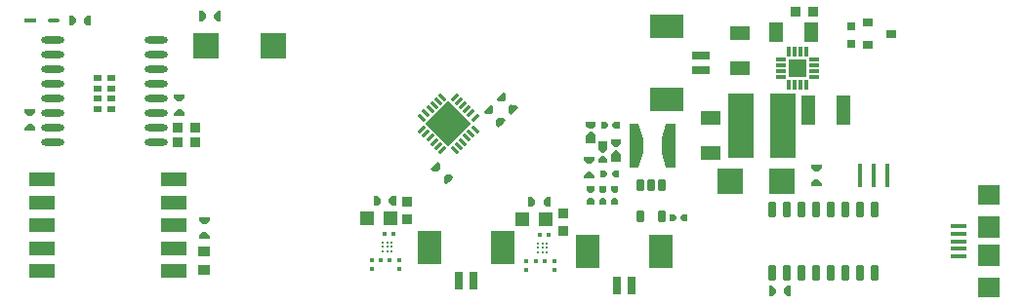
<source format=gbr>
%TF.GenerationSoftware,Altium Limited,Altium Designer,22.2.1 (43)*%
G04 Layer_Color=128*
%FSLAX26Y26*%
%MOIN*%
%TF.SameCoordinates,49CA406D-FE3E-4379-A0B2-47437619DC98*%
%TF.FilePolarity,Positive*%
%TF.FileFunction,Paste,Bot*%
%TF.Part,Single*%
G01*
G75*
%TA.AperFunction,SMDPad,CuDef*%
%ADD23R,0.032000X0.032000*%
%ADD28R,0.017323X0.015748*%
G04:AMPARAMS|DCode=30|XSize=23.622mil|YSize=39.37mil|CornerRadius=2.008mil|HoleSize=0mil|Usage=FLASHONLY|Rotation=0.000|XOffset=0mil|YOffset=0mil|HoleType=Round|Shape=RoundedRectangle|*
%AMROUNDEDRECTD30*
21,1,0.023622,0.035354,0,0,0.0*
21,1,0.019606,0.039370,0,0,0.0*
1,1,0.004016,0.009803,-0.017677*
1,1,0.004016,-0.009803,-0.017677*
1,1,0.004016,-0.009803,0.017677*
1,1,0.004016,0.009803,0.017677*
%
%ADD30ROUNDEDRECTD30*%
%ADD81R,0.031496X0.062992*%
%ADD82R,0.082677X0.118110*%
%ADD83R,0.047240X0.051180*%
%ADD84R,0.015748X0.017323*%
%TA.AperFunction,BGAPad,CuDef*%
%ADD85C,0.009000*%
%TA.AperFunction,SMDPad,CuDef*%
%ADD86R,0.032000X0.032000*%
%ADD87R,0.031496X0.019685*%
%ADD88O,0.078740X0.023622*%
%ADD89P,0.155898X4X90.0*%
G04:AMPARAMS|DCode=90|XSize=31.496mil|YSize=11.811mil|CornerRadius=0mil|HoleSize=0mil|Usage=FLASHONLY|Rotation=45.000|XOffset=0mil|YOffset=0mil|HoleType=Round|Shape=Rectangle|*
%AMROTATEDRECTD90*
4,1,4,-0.006960,-0.015311,-0.015311,-0.006960,0.006960,0.015311,0.015311,0.006960,-0.006960,-0.015311,0.0*
%
%ADD90ROTATEDRECTD90*%

G04:AMPARAMS|DCode=91|XSize=31.496mil|YSize=11.811mil|CornerRadius=0mil|HoleSize=0mil|Usage=FLASHONLY|Rotation=135.000|XOffset=0mil|YOffset=0mil|HoleType=Round|Shape=Rectangle|*
%AMROTATEDRECTD91*
4,1,4,0.015311,-0.006960,0.006960,-0.015311,-0.015311,0.006960,-0.006960,0.015311,0.015311,-0.006960,0.0*
%
%ADD91ROTATEDRECTD91*%

%ADD92R,0.039370X0.035433*%
%ADD93R,0.090000X0.090000*%
%ADD94R,0.086614X0.047244*%
%ADD95R,0.118110X0.082677*%
%ADD96R,0.062992X0.031496*%
%ADD97R,0.090551X0.090551*%
%ADD98R,0.033465X0.011811*%
%ADD99R,0.011811X0.033465*%
%ADD100R,0.062992X0.062992*%
%ADD101R,0.070000X0.050000*%
%ADD102R,0.050000X0.070000*%
%ADD103R,0.050000X0.100000*%
%ADD104R,0.086614X0.222441*%
%ADD105R,0.015748X0.078740*%
G04:AMPARAMS|DCode=106|XSize=51.575mil|YSize=24.409mil|CornerRadius=3.051mil|HoleSize=0mil|Usage=FLASHONLY|Rotation=270.000|XOffset=0mil|YOffset=0mil|HoleType=Round|Shape=RoundedRectangle|*
%AMROUNDEDRECTD106*
21,1,0.051575,0.018307,0,0,270.0*
21,1,0.045472,0.024409,0,0,270.0*
1,1,0.006102,-0.009153,-0.022736*
1,1,0.006102,-0.009153,0.022736*
1,1,0.006102,0.009153,0.022736*
1,1,0.006102,0.009153,-0.022736*
%
%ADD106ROUNDEDRECTD106*%
%ADD107R,0.074803X0.074803*%
%TA.AperFunction,ConnectorPad*%
%ADD108R,0.074803X0.070866*%
%ADD109R,0.053150X0.015748*%
%TA.AperFunction,SMDPad,CuDef*%
%ADD110R,0.031496X0.031496*%
%ADD111R,0.035433X0.031496*%
%ADD112R,0.039592X0.015452*%
G04:AMPARAMS|DCode=113|XSize=39.592mil|YSize=15.452mil|CornerRadius=7.726mil|HoleSize=0mil|Usage=FLASHONLY|Rotation=0.000|XOffset=0mil|YOffset=0mil|HoleType=Round|Shape=RoundedRectangle|*
%AMROUNDEDRECTD113*
21,1,0.039592,0.000000,0,0,0.0*
21,1,0.024140,0.015452,0,0,0.0*
1,1,0.015452,0.012070,0.000000*
1,1,0.015452,-0.012070,0.000000*
1,1,0.015452,-0.012070,0.000000*
1,1,0.015452,0.012070,0.000000*
%
%ADD113ROUNDEDRECTD113*%
%TA.AperFunction,NonConductor*%
G04:AMPARAMS|DCode=121|XSize=23.622mil|YSize=11.811mil|CornerRadius=0mil|HoleSize=0mil|Usage=FLASHONLY|Rotation=135.000|XOffset=0mil|YOffset=0mil|HoleType=Round|Shape=Rectangle|*
%AMROTATEDRECTD121*
4,1,4,0.012527,-0.004176,0.004176,-0.012527,-0.012527,0.004176,-0.004176,0.012527,0.012527,-0.004176,0.0*
%
%ADD121ROTATEDRECTD121*%

%ADD122R,0.023622X0.011811*%
%ADD123R,0.011811X0.023622*%
%ADD124R,0.009842X0.024016*%
%ADD125R,0.023622X0.007874*%
%ADD126R,0.047244X0.049213*%
%ADD127R,0.007874X0.023622*%
G36*
X1237402Y962284D02*
X1225591D01*
X1213780Y974095D01*
Y985905D01*
X1225591Y997716D01*
X1237402D01*
Y962284D01*
D02*
G37*
G36*
X1186220Y985905D02*
Y974095D01*
X1174409Y962284D01*
X1162598D01*
Y997716D01*
X1174409D01*
X1186220Y985905D01*
D02*
G37*
G36*
X792402Y947284D02*
X780591D01*
X768780Y959095D01*
Y970905D01*
X780591Y982716D01*
X792402D01*
Y947284D01*
D02*
G37*
G36*
X741220Y970905D02*
Y959095D01*
X729409Y947284D01*
X717598D01*
Y982716D01*
X729409D01*
X741220Y970905D01*
D02*
G37*
G36*
X1112716Y700591D02*
X1100905Y688779D01*
X1089095Y688780D01*
X1077283Y700591D01*
X1077284Y712400D01*
X1112716Y712402D01*
X1112716Y700591D01*
D02*
G37*
G36*
X2209433Y712694D02*
X2209432Y695990D01*
X2201081Y687638D01*
X2184377Y687639D01*
X2176026Y695991D01*
X2201079Y721046D01*
X2209433Y712694D01*
D02*
G37*
G36*
X2165897Y669159D02*
X2165896Y652455D01*
X2157545Y644103D01*
X2140842Y644103D01*
X2132490Y652455D01*
X2157545Y677510D01*
X2165897Y669159D01*
D02*
G37*
G36*
X2245623Y676503D02*
X2253975Y668153D01*
X2228919Y643097D01*
X2220569Y651448D01*
X2220568Y668152D01*
X2228919Y676503D01*
X2245623Y676503D01*
D02*
G37*
G36*
X602716Y662402D02*
X602717Y650591D01*
X590906Y638780D01*
X579095Y638779D01*
X567284Y650590D01*
X567284Y662402D01*
X602716Y662402D01*
D02*
G37*
G36*
X1100906Y661221D02*
X1112716Y649409D01*
Y637599D01*
X1077284Y637599D01*
X1077284Y649410D01*
X1089094Y661221D01*
X1100906Y661221D01*
D02*
G37*
G36*
X2202087Y632967D02*
X2210440Y624616D01*
X2185384Y599561D01*
X2177032Y607912D01*
X2177033Y624616D01*
X2185384Y632968D01*
X2202087Y632967D01*
D02*
G37*
G36*
X2597638Y596535D02*
X2581890Y596536D01*
X2574015Y604410D01*
X2574016Y612284D01*
X2581890Y620157D01*
X2597638Y620157D01*
X2597638Y596535D01*
D02*
G37*
G36*
X2550393Y620157D02*
X2558268Y612283D01*
X2558268Y604409D01*
X2550393Y596535D01*
X2534646D01*
X2534646Y620158D01*
X2550393Y620157D01*
D02*
G37*
G36*
X2515191Y619917D02*
X2515191Y603776D01*
X2504365Y595902D01*
X2494522Y595902D01*
X2483695Y603777D01*
Y619918D01*
X2515191Y619917D01*
D02*
G37*
G36*
X602717Y599410D02*
Y587598D01*
X567284Y587599D01*
X567284Y599409D01*
X579095Y611220D01*
X590905Y611221D01*
X602717Y599410D01*
D02*
G37*
G36*
X2504365Y584878D02*
X2515191Y571099D01*
X2515192Y545115D01*
X2483695Y545115D01*
X2483695Y571098D01*
X2494522Y584879D01*
X2504365Y584878D01*
D02*
G37*
G36*
X2601559Y557638D02*
X2601559Y541495D01*
X2590732Y533622D01*
X2580891Y533623D01*
X2570063Y541496D01*
X2570064Y557638D01*
X2601559Y557638D01*
D02*
G37*
G36*
X2557496Y526182D02*
X2546669Y512402D01*
X2536827Y512402D01*
X2526000Y526181D01*
X2526001Y552165D01*
X2557496Y552166D01*
X2557496Y526182D01*
D02*
G37*
G36*
X2601559Y508819D02*
X2601560Y482835D01*
X2570064Y482835D01*
X2570063Y508819D01*
X2580889Y522598D01*
X2590732Y522599D01*
X2601559Y508819D01*
D02*
G37*
G36*
X2557496Y493503D02*
X2557496Y477363D01*
X2526000Y477362D01*
X2526000Y493504D01*
X2536827Y501378D01*
X2546669Y501378D01*
X2557496Y493503D01*
D02*
G37*
G36*
X2512643Y487653D02*
X2500832Y475842D01*
X2489021Y475843D01*
X2477209Y487654D01*
Y499464D01*
X2512643Y499464D01*
X2512643Y487653D01*
D02*
G37*
G36*
X2662756Y611061D02*
X2678504Y560865D01*
X2678504Y511652D01*
X2662756Y461455D01*
X2631260Y461455D01*
X2631260Y611061D01*
X2662756Y611061D01*
D02*
G37*
G36*
X2788740Y461454D02*
X2757244Y461455D01*
X2741496Y511652D01*
X2741496Y560865D01*
X2757244Y611061D01*
X2788741D01*
X2788740Y461454D01*
D02*
G37*
G36*
X1987362Y474765D02*
X1987361Y458061D01*
X1979009Y449710D01*
X1962306Y449710D01*
X1953955Y458062D01*
X1979011Y483116D01*
X1987362Y474765D01*
D02*
G37*
G36*
X3287717Y460591D02*
X3275906Y448780D01*
X3264094Y448779D01*
X3252282Y460591D01*
X3252284Y472402D01*
X3287717Y472402D01*
Y460591D01*
D02*
G37*
G36*
X2596220Y429842D02*
X2580471Y429842D01*
X2572598Y437716D01*
X2572598Y445591D01*
X2580472Y453464D01*
X2596220Y453465D01*
Y429842D01*
D02*
G37*
G36*
X2556850Y445591D02*
Y437716D01*
X2548975Y429842D01*
X2533228Y429843D01*
X2533228Y453465D01*
X2548975Y453465D01*
X2556850Y445591D01*
D02*
G37*
G36*
X2512642Y436472D02*
Y424661D01*
X2477209Y424661D01*
X2477209Y436471D01*
X2489021Y448283D01*
X2500832Y448283D01*
X2512642Y436472D01*
D02*
G37*
G36*
X2031903Y430223D02*
X2006848Y405167D01*
X1998497Y413519D01*
X1998497Y430223D01*
X2006849Y438574D01*
X2023552D01*
X2031903Y430223D01*
D02*
G37*
G36*
X3287717Y409409D02*
X3287717Y397599D01*
X3252284Y397599D01*
X3252283Y409410D01*
X3264095Y421220D01*
X3275905Y421220D01*
X3287717Y409409D01*
D02*
G37*
G36*
X2510922Y398070D02*
X2510922Y382323D01*
X2503048Y374448D01*
X2495174Y374449D01*
X2487301Y382323D01*
X2487300Y398071D01*
X2510922Y398070D01*
D02*
G37*
G36*
X2552283Y382284D02*
X2544408Y374410D01*
X2536534Y374411D01*
X2528661Y382283D01*
X2528660Y398033D01*
X2552282Y398033D01*
X2552283Y382284D01*
D02*
G37*
G36*
X2593975Y382284D02*
X2586102Y374410D01*
X2578227Y374411D01*
X2570352Y382284D01*
Y398031D01*
X2593975Y398032D01*
X2593975Y382284D01*
D02*
G37*
G36*
X2510921Y350827D02*
X2510922Y335078D01*
X2487301Y335079D01*
X2487299Y350827D01*
X2495174Y358701D01*
X2503048Y358701D01*
X2510921Y350827D01*
D02*
G37*
G36*
X2586101Y358661D02*
X2593974Y350789D01*
X2593975Y335040D01*
X2570353Y335041D01*
X2570352Y350788D01*
X2578227Y358662D01*
X2586101Y358661D01*
D02*
G37*
G36*
X2552282Y350788D02*
X2552282Y335041D01*
X2528660Y335040D01*
X2528661Y350788D01*
X2536534Y358662D01*
X2544408Y358663D01*
X2552282Y350788D01*
D02*
G37*
G36*
X1771348Y366397D02*
X1783159Y354587D01*
X1783159Y342775D01*
X1771349Y330964D01*
X1759537Y330964D01*
X1759537Y366398D01*
X1771348Y366397D01*
D02*
G37*
G36*
X1834340Y366397D02*
X1834341Y330964D01*
X1822530Y330963D01*
X1810718Y342774D01*
Y354586D01*
X1822529Y366397D01*
X1834340Y366397D01*
D02*
G37*
G36*
X2361191Y362790D02*
X2361191Y327358D01*
X2349381Y327358D01*
X2337569Y339169D01*
X2337569Y350979D01*
X2349380Y362791D01*
X2361191Y362790D01*
D02*
G37*
G36*
X2310009Y350980D02*
X2310009Y339168D01*
X2298199Y327357D01*
X2286388Y327357D01*
X2286388Y362790D01*
X2298200Y362791D01*
X2310009Y350980D01*
D02*
G37*
G36*
X2830811Y302637D02*
X2830812Y279016D01*
X2815063D01*
X2807189Y286890D01*
X2807189Y294764D01*
X2815063Y302638D01*
X2830811Y302637D01*
D02*
G37*
G36*
X2783568Y302637D02*
X2791441Y294764D01*
X2791441Y286890D01*
X2783568Y279016D01*
X2767820Y279015D01*
X2767819Y302638D01*
X2783568Y302637D01*
D02*
G37*
G36*
X1197716Y292401D02*
X1197716Y280591D01*
X1185905Y268779D01*
X1174094D01*
X1162283Y280591D01*
X1162283Y292402D01*
X1197716Y292401D01*
D02*
G37*
G36*
X1197716Y229409D02*
X1197716Y217598D01*
X1162283D01*
X1162284Y229409D01*
X1174094Y241220D01*
X1185905D01*
X1197716Y229409D01*
D02*
G37*
G36*
X3182402Y22284D02*
X3170590Y22283D01*
X3158780Y34095D01*
X3158780Y45905D01*
X3170590Y57716D01*
X3182401Y57717D01*
X3182402Y22284D01*
D02*
G37*
G36*
X3119409Y57716D02*
X3131220Y45905D01*
X3131220Y34094D01*
X3119409Y22284D01*
X3107599Y22282D01*
X3107598Y57717D01*
X3119409Y57716D01*
D02*
G37*
D23*
X1871265Y284107D02*
D03*
X1871265Y344107D02*
D03*
X2406470Y245500D02*
D03*
X2406469Y305500D02*
D03*
D28*
X1751457Y114235D02*
D03*
X1751457Y144155D02*
D03*
X1845514Y114481D02*
D03*
X1845514Y144402D02*
D03*
X2375557Y110874D02*
D03*
X2375555Y140795D02*
D03*
X2279429Y110873D02*
D03*
X2279430Y140794D02*
D03*
D30*
X2668307Y402315D02*
D03*
X2705709Y402315D02*
D03*
X2743111Y402315D02*
D03*
X2743110Y294047D02*
D03*
X2668307Y294047D02*
D03*
D81*
X2590394Y60197D02*
D03*
X2639606Y60197D02*
D03*
X2050393Y75197D02*
D03*
X2099606Y75197D02*
D03*
D82*
X2490000Y174370D02*
D03*
X2740000Y174370D02*
D03*
X1949999Y189370D02*
D03*
X2200000Y189370D02*
D03*
D83*
X1736415Y288167D02*
D03*
X1816415Y288166D02*
D03*
X2266620Y284560D02*
D03*
X2346621Y284560D02*
D03*
D84*
X1783754Y146946D02*
D03*
X1813675Y146945D02*
D03*
X1797093Y236944D02*
D03*
X1827014Y236945D02*
D03*
X2325650Y233339D02*
D03*
X2355572Y233338D02*
D03*
X2312071Y143760D02*
D03*
X2341992Y143759D02*
D03*
D85*
X1820111Y206953D02*
D03*
X1804364Y206953D02*
D03*
X1788616Y206953D02*
D03*
X1820111Y191205D02*
D03*
X1804364Y191205D02*
D03*
X1788616Y191205D02*
D03*
X1820112Y175456D02*
D03*
X1804363Y175458D02*
D03*
X1788615Y175457D02*
D03*
X2350317Y203347D02*
D03*
X2334569Y203346D02*
D03*
X2318821Y203347D02*
D03*
X2350316Y187599D02*
D03*
X2334569Y187598D02*
D03*
X2318821D02*
D03*
X2350317Y171850D02*
D03*
X2334569Y171851D02*
D03*
X2318821D02*
D03*
D86*
X1090001Y550000D02*
D03*
X1150001D02*
D03*
X1090000Y600000D02*
D03*
X1150000D02*
D03*
X3260500Y994357D02*
D03*
X3200500Y994357D02*
D03*
D87*
X863622Y661850D02*
D03*
X863621Y697283D02*
D03*
X863622Y732716D02*
D03*
X863621Y768149D02*
D03*
X816379Y768149D02*
D03*
X816376Y732716D02*
D03*
X816378Y697283D02*
D03*
X816378Y661850D02*
D03*
D88*
X1017165Y900000D02*
D03*
X1017166Y849999D02*
D03*
X1017165Y800001D02*
D03*
X1017166Y750000D02*
D03*
X1017165Y700000D02*
D03*
X1017166Y650001D02*
D03*
X1017166Y600000D02*
D03*
Y550000D02*
D03*
X662835Y900000D02*
D03*
X662835Y850000D02*
D03*
X662834Y800000D02*
D03*
X662835Y750000D02*
D03*
X662834Y700001D02*
D03*
X662835Y650000D02*
D03*
X662835Y600000D02*
D03*
Y550000D02*
D03*
D89*
X2013786Y612929D02*
D03*
D90*
X2104262Y633809D02*
D03*
X2090343Y647728D02*
D03*
X2076423Y661648D02*
D03*
X2062504Y675567D02*
D03*
X2048584Y689486D02*
D03*
X2034665Y703406D02*
D03*
X1923310Y592050D02*
D03*
X1937229Y578131D02*
D03*
X1951149Y564212D02*
D03*
X1965068Y550292D02*
D03*
X1978987Y536373D02*
D03*
X1992907Y522453D02*
D03*
D91*
X1992907Y703406D02*
D03*
X1978987Y689486D02*
D03*
X1965068Y675567D02*
D03*
X1951149Y661648D02*
D03*
X1937229Y647728D02*
D03*
X1923310Y633809D02*
D03*
X2034665Y522453D02*
D03*
X2048585Y536373D02*
D03*
X2062504Y550292D02*
D03*
X2076424Y564212D02*
D03*
X2090343Y578131D02*
D03*
X2104262Y592050D02*
D03*
D92*
X1180000Y176496D02*
D03*
X1180000Y113504D02*
D03*
D93*
X1185001Y880002D02*
D03*
X1415000Y880000D02*
D03*
D94*
X1074409Y422481D02*
D03*
X1074409Y343740D02*
D03*
X1074410Y265000D02*
D03*
X1074409Y186260D02*
D03*
X1074409Y107519D02*
D03*
X625591Y107519D02*
D03*
X625590Y186259D02*
D03*
X625591Y265001D02*
D03*
X625591Y343740D02*
D03*
X625591Y422481D02*
D03*
D95*
X2760630Y945000D02*
D03*
X2760630Y695000D02*
D03*
D96*
X2874803Y844606D02*
D03*
X2874803Y795393D02*
D03*
D97*
X3153229Y414961D02*
D03*
X2976063Y414961D02*
D03*
D98*
X3150717Y772575D02*
D03*
X3150717Y792260D02*
D03*
X3150717Y811945D02*
D03*
Y831630D02*
D03*
X3262922Y831630D02*
D03*
X3262922Y811945D02*
D03*
X3262922Y792260D02*
D03*
X3262922Y772575D02*
D03*
D99*
X3196977Y746000D02*
D03*
X3236347Y746000D02*
D03*
X3216662Y746000D02*
D03*
X3177292Y746000D02*
D03*
X3196977Y858205D02*
D03*
X3216662Y858206D02*
D03*
X3236347Y858205D02*
D03*
X3177292Y858205D02*
D03*
D100*
X3206819Y802102D02*
D03*
D101*
X2908579Y512501D02*
D03*
X2908579Y632500D02*
D03*
X3008579Y802500D02*
D03*
X3008579Y922500D02*
D03*
D102*
X3252500Y926421D02*
D03*
X3132500Y926421D02*
D03*
D103*
X3242500Y658579D02*
D03*
X3362500Y658579D02*
D03*
D104*
X3154772Y604221D02*
D03*
X3011229D02*
D03*
D105*
X3417756Y435000D02*
D03*
X3465000Y435000D02*
D03*
X3512245D02*
D03*
D106*
X3120000Y101732D02*
D03*
X3170000Y101732D02*
D03*
X3470000Y318267D02*
D03*
X3419999Y101732D02*
D03*
X3420000Y318268D02*
D03*
X3320001Y318269D02*
D03*
X3470000Y101732D02*
D03*
X3370000Y318267D02*
D03*
X3370000Y101732D02*
D03*
X3319999Y101733D02*
D03*
X3220000Y101733D02*
D03*
X3270000Y318267D02*
D03*
X3219999Y318267D02*
D03*
X3120000Y318268D02*
D03*
X3270000Y101732D02*
D03*
X3170000Y318268D02*
D03*
D107*
X3860000Y257245D02*
D03*
X3860001Y162756D02*
D03*
D108*
X3860000Y367480D02*
D03*
X3860000Y52519D02*
D03*
D109*
X3754685Y261182D02*
D03*
X3754685Y158819D02*
D03*
X3754685Y235591D02*
D03*
X3754685Y210000D02*
D03*
X3754685Y184410D02*
D03*
D110*
X3390000Y945042D02*
D03*
Y885042D02*
D03*
D111*
X3524370Y920000D02*
D03*
X3445630Y957402D02*
D03*
Y882598D02*
D03*
D112*
X585619Y965000D02*
D03*
D113*
X664381Y965000D02*
D03*
D121*
X2233098Y663978D02*
D03*
X2011026Y426047D02*
D03*
X2189559Y620441D02*
D03*
D122*
X1225591Y980000D02*
D03*
X780591Y965000D02*
D03*
X1771384Y348680D02*
D03*
X2298149Y345073D02*
D03*
X3170590Y40048D02*
D03*
D123*
X585141Y650592D02*
D03*
X1094998Y700400D02*
D03*
X1179997Y280593D02*
D03*
X3269874Y460594D02*
D03*
X2495006Y436545D02*
D03*
D124*
X2499445Y607988D02*
D03*
X2541668Y489372D02*
D03*
X2585939Y545630D02*
D03*
D125*
X2545037Y441618D02*
D03*
X2819038Y290826D02*
D03*
X2585774Y608346D02*
D03*
D126*
X2654886Y536279D02*
D03*
D127*
X2499110Y347024D02*
D03*
%TF.MD5,85017bf41effe56c09b92dadc3364eac*%
M02*

</source>
